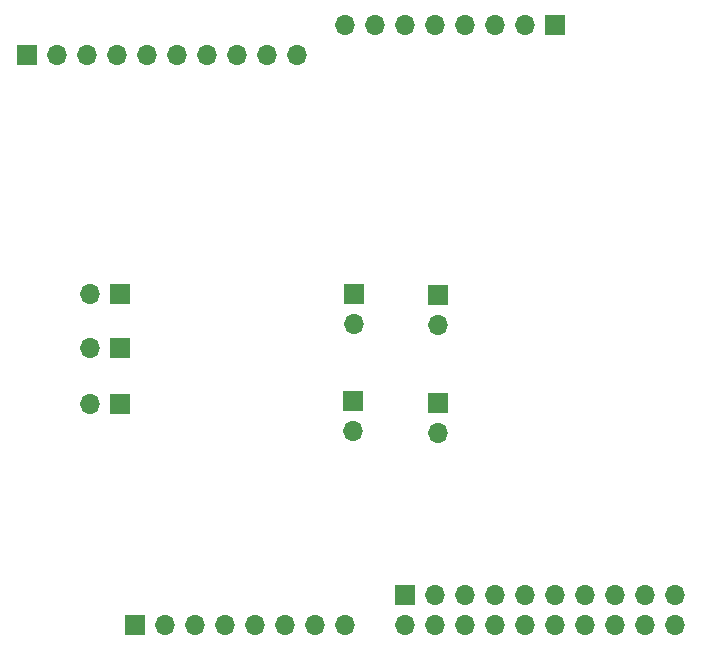
<source format=gbs>
G04 #@! TF.GenerationSoftware,KiCad,Pcbnew,(5.1.10)-1*
G04 #@! TF.CreationDate,2022-01-31T14:32:23+01:00*
G04 #@! TF.ProjectId,psoc_shield,70736f63-5f73-4686-9965-6c642e6b6963,rev?*
G04 #@! TF.SameCoordinates,Original*
G04 #@! TF.FileFunction,Soldermask,Bot*
G04 #@! TF.FilePolarity,Negative*
%FSLAX46Y46*%
G04 Gerber Fmt 4.6, Leading zero omitted, Abs format (unit mm)*
G04 Created by KiCad (PCBNEW (5.1.10)-1) date 2022-01-31 14:32:23*
%MOMM*%
%LPD*%
G01*
G04 APERTURE LIST*
%ADD10O,1.700000X1.700000*%
%ADD11R,1.700000X1.700000*%
G04 APERTURE END LIST*
D10*
X143800000Y-109700000D03*
D11*
X143800000Y-107160000D03*
D10*
X143800000Y-100540000D03*
D11*
X143800000Y-98000000D03*
D10*
X136600000Y-109500000D03*
D11*
X136600000Y-106960000D03*
D10*
X136700000Y-100440000D03*
D11*
X136700000Y-97900000D03*
D10*
X114360000Y-107200000D03*
D11*
X116900000Y-107200000D03*
D10*
X114310000Y-102500000D03*
D11*
X116850000Y-102500000D03*
D10*
X114310000Y-97900000D03*
D11*
X116850000Y-97900000D03*
D10*
X135920000Y-75157400D03*
X138460000Y-75157400D03*
X141000000Y-75157400D03*
X143540000Y-75157400D03*
X146080000Y-75157400D03*
X148620000Y-75157400D03*
X151160000Y-75157400D03*
D11*
X153700000Y-75157400D03*
X108996000Y-77705000D03*
D10*
X111536000Y-77705000D03*
X114076000Y-77705000D03*
X116616000Y-77705000D03*
X119156000Y-77705000D03*
X121696000Y-77705000D03*
X124236000Y-77705000D03*
X126776000Y-77705000D03*
X129316000Y-77705000D03*
X131856000Y-77705000D03*
D11*
X118140000Y-125965000D03*
D10*
X120680000Y-125965000D03*
X123220000Y-125965000D03*
X125760000Y-125965000D03*
X128300000Y-125965000D03*
X130840000Y-125965000D03*
X133380000Y-125965000D03*
X135920000Y-125965000D03*
X163860000Y-125965000D03*
X163860000Y-123425000D03*
X161320000Y-125965000D03*
X161320000Y-123425000D03*
X158780000Y-125965000D03*
X158780000Y-123425000D03*
X156240000Y-125965000D03*
X156240000Y-123425000D03*
X153700000Y-125965000D03*
X153700000Y-123425000D03*
X151160000Y-125965000D03*
X151160000Y-123425000D03*
X148620000Y-125965000D03*
X148620000Y-123425000D03*
X146080000Y-125965000D03*
X146080000Y-123425000D03*
X143540000Y-125965000D03*
X143540000Y-123425000D03*
X141000000Y-125965000D03*
D11*
X141000000Y-123425000D03*
M02*

</source>
